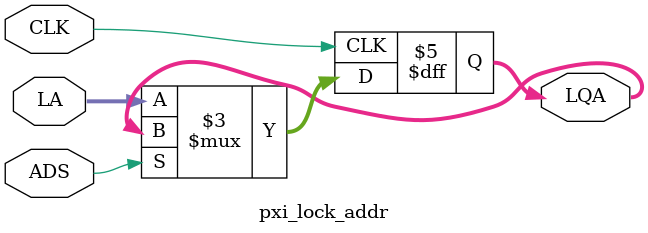
<source format=v>
`timescale 1ns / 1ps
module pxi_lock_addr(
    input CLK,
	 input ADS,
	 input [31:2] LA,
	 output reg [31:2] LQA	 
	 );

always @(negedge CLK)
	begin
		if(ADS == 1'b0)
			begin
				LQA <= LA;
			end
	end

endmodule

</source>
